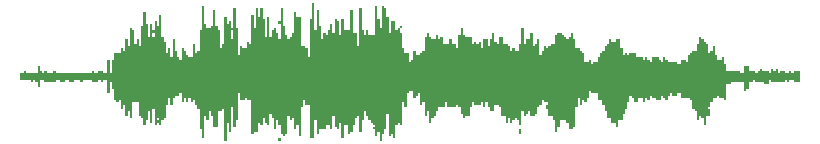
<source format=gbr>
%TF.GenerationSoftware,Altium Limited,Altium Designer,22.7.1 (60)*%
G04 Layer_Color=32896*
%FSLAX43Y43*%
%MOMM*%
%TF.SameCoordinates,58151787-F571-4420-9806-9522EC8286B3*%
%TF.FilePolarity,Positive*%
%TF.FileFunction,Legend,Bot*%
%TF.Part,Single*%
G01*
G75*
G36*
X49466Y60071D02*
X49276D01*
Y60262D01*
X49466D01*
Y60071D01*
D02*
G37*
G36*
X42037Y59881D02*
X42228D01*
Y61595D01*
X42418D01*
Y60262D01*
X42609D01*
Y59118D01*
X42799D01*
Y59690D01*
X42989D01*
Y59500D01*
X43180D01*
Y59881D01*
X43370D01*
Y60452D01*
X43561D01*
Y59690D01*
X43751D01*
Y60833D01*
X43942D01*
Y60643D01*
X44132D01*
Y59500D01*
X44323D01*
Y60833D01*
X44514D01*
Y59881D01*
X45085D01*
Y61595D01*
X45276D01*
Y59690D01*
X45657D01*
Y58547D01*
X45847D01*
Y61785D01*
X46037D01*
Y59881D01*
X46228D01*
Y59500D01*
X46418D01*
Y59881D01*
X46609D01*
Y59500D01*
X47181D01*
Y61976D01*
X47371D01*
Y60833D01*
X47562D01*
Y60071D01*
X47752D01*
Y61976D01*
X47943D01*
Y61785D01*
X48133D01*
Y61023D01*
X48324D01*
Y59690D01*
X48514D01*
Y60643D01*
X48895D01*
Y59881D01*
X49085D01*
Y60071D01*
X49276D01*
Y59690D01*
X49466D01*
Y58356D01*
X49657D01*
Y57975D01*
X50038D01*
Y57214D01*
X50229D01*
Y57404D01*
X50419D01*
Y58166D01*
X50610D01*
Y57785D01*
X50991D01*
Y57975D01*
X51181D01*
Y58166D01*
X51371D01*
Y59309D01*
X51562D01*
Y59690D01*
X51752D01*
Y59309D01*
X51943D01*
Y59118D01*
X52324D01*
Y59500D01*
X52514D01*
Y59118D01*
X52705D01*
Y59309D01*
X52896D01*
Y58737D01*
X53467D01*
Y59118D01*
X53658D01*
Y58737D01*
X54039D01*
Y58356D01*
X54229D01*
Y59500D01*
X54419D01*
Y60071D01*
X54610D01*
Y59500D01*
X54800D01*
Y59309D01*
X55372D01*
Y58737D01*
X55562D01*
Y58928D01*
X55753D01*
Y58737D01*
X55944D01*
Y58928D01*
X56134D01*
Y58356D01*
X56325D01*
Y59118D01*
X56706D01*
Y58547D01*
X56896D01*
Y59118D01*
X57086D01*
Y59690D01*
X57277D01*
Y58928D01*
X57467D01*
Y58737D01*
X57658D01*
Y59309D01*
X58039D01*
Y58737D01*
X58420D01*
Y58547D01*
X58611D01*
Y58166D01*
X58801D01*
Y58356D01*
X58992D01*
Y58166D01*
X59373D01*
Y58737D01*
X59563D01*
Y60071D01*
X59754D01*
Y58737D01*
X59944D01*
Y59118D01*
X60325D01*
Y59690D01*
X60515D01*
Y58547D01*
X60706D01*
Y58737D01*
X60896D01*
Y59118D01*
X61087D01*
Y57785D01*
X61278D01*
Y58166D01*
X61468D01*
Y58547D01*
X61659D01*
Y58356D01*
X61849D01*
Y58547D01*
X62040D01*
Y58737D01*
X62421D01*
Y59500D01*
X62611D01*
Y59690D01*
X62992D01*
Y59500D01*
X63182D01*
Y59309D01*
X63373D01*
Y59118D01*
X63563D01*
Y59309D01*
X63754D01*
Y59690D01*
X63944D01*
Y59118D01*
X64135D01*
Y58356D01*
X64516D01*
Y58166D01*
X64706D01*
Y57975D01*
X64897D01*
Y57214D01*
X65278D01*
Y57404D01*
X65468D01*
Y57023D01*
X65659D01*
Y57214D01*
X66040D01*
Y57595D01*
X66230D01*
Y57975D01*
X66421D01*
Y58166D01*
X66612D01*
Y58547D01*
X66802D01*
Y58737D01*
X66993D01*
Y59118D01*
X67183D01*
Y58928D01*
X67564D01*
Y59118D01*
X67945D01*
Y58356D01*
X68135D01*
Y57785D01*
X68326D01*
Y57975D01*
X68517D01*
Y57785D01*
X68707D01*
Y57975D01*
X69279D01*
Y57595D01*
X69850D01*
Y57404D01*
X70040D01*
Y57595D01*
X70231D01*
Y57404D01*
X70422D01*
Y57214D01*
X70612D01*
Y57595D01*
X71184D01*
Y57404D01*
X71374D01*
Y57214D01*
X71564D01*
Y57595D01*
X71755D01*
Y57404D01*
X71946D01*
Y57214D01*
X72707D01*
Y57023D01*
X73089D01*
Y57404D01*
X73469D01*
Y57214D01*
X73660D01*
Y57785D01*
X73851D01*
Y57975D01*
X74041D01*
Y58166D01*
X74422D01*
Y58737D01*
X74613D01*
Y59309D01*
X74803D01*
Y59118D01*
X74993D01*
Y58928D01*
X75184D01*
Y58737D01*
X75374D01*
Y57975D01*
X75565D01*
Y58166D01*
X75756D01*
Y58547D01*
X75946D01*
Y57785D01*
X76136D01*
Y57404D01*
X76518D01*
Y57595D01*
X76708D01*
Y57023D01*
X76898D01*
Y56451D01*
X78041D01*
Y56261D01*
X78423D01*
Y56833D01*
X78803D01*
Y56451D01*
X79375D01*
Y56261D01*
X79565D01*
Y56451D01*
X79756D01*
Y56642D01*
X79947D01*
Y56451D01*
X80518D01*
Y56261D01*
X80709D01*
Y56642D01*
X80899D01*
Y56451D01*
X81090D01*
Y56642D01*
X81280D01*
Y56261D01*
X81470D01*
Y56451D01*
X81852D01*
Y56261D01*
X82232D01*
Y56451D01*
X82423D01*
Y56261D01*
X82614D01*
Y56451D01*
X83185D01*
Y55499D01*
X82614D01*
Y55689D01*
X82232D01*
Y55499D01*
X82042D01*
Y55689D01*
X81852D01*
Y55499D01*
X80709D01*
Y55689D01*
X80518D01*
Y55308D01*
X80137D01*
Y55499D01*
X79375D01*
Y55689D01*
X79185D01*
Y55499D01*
X78803D01*
Y54928D01*
X78613D01*
Y54737D01*
X78423D01*
Y55499D01*
X77280D01*
Y55308D01*
X76898D01*
Y53975D01*
X76708D01*
Y54166D01*
X76327D01*
Y54356D01*
X76136D01*
Y54166D01*
X75756D01*
Y53785D01*
X75565D01*
Y53403D01*
X75374D01*
Y53213D01*
X75565D01*
Y52641D01*
X75184D01*
Y51880D01*
X74993D01*
Y52451D01*
X74803D01*
Y52641D01*
X74613D01*
Y52261D01*
X74422D01*
Y53022D01*
X74231D01*
Y53213D01*
X74041D01*
Y53975D01*
X73851D01*
Y54166D01*
X73089D01*
Y54547D01*
X72707D01*
Y54356D01*
X72326D01*
Y54547D01*
X72136D01*
Y54356D01*
X71946D01*
Y53975D01*
X71755D01*
Y54166D01*
X71564D01*
Y54356D01*
X71374D01*
Y53975D01*
X70993D01*
Y54166D01*
X70612D01*
Y54356D01*
X70422D01*
Y53975D01*
X70231D01*
Y54166D01*
X70040D01*
Y53785D01*
X69850D01*
Y54166D01*
X69469D01*
Y53785D01*
X69088D01*
Y54166D01*
X68897D01*
Y54356D01*
X68707D01*
Y53785D01*
X68517D01*
Y53213D01*
X68326D01*
Y52832D01*
X68135D01*
Y52261D01*
X67755D01*
Y51689D01*
X67564D01*
Y52070D01*
X67183D01*
Y52451D01*
X66802D01*
Y53022D01*
X66612D01*
Y53594D01*
X66421D01*
Y53975D01*
X66040D01*
Y54547D01*
X65468D01*
Y54737D01*
X65278D01*
Y54166D01*
X65088D01*
Y53785D01*
X64897D01*
Y53975D01*
X64706D01*
Y53594D01*
X64516D01*
Y54166D01*
X64326D01*
Y53403D01*
X64135D01*
Y51689D01*
X63944D01*
Y51499D01*
X63563D01*
Y52070D01*
X63373D01*
Y52261D01*
X62801D01*
Y51689D01*
X62611D01*
Y51308D01*
X62421D01*
Y52261D01*
X62230D01*
Y52641D01*
X61849D01*
Y53213D01*
X61659D01*
Y53594D01*
X61849D01*
Y53785D01*
X61468D01*
Y53975D01*
X61278D01*
Y53594D01*
X61087D01*
Y53403D01*
X60896D01*
Y52832D01*
X60706D01*
Y52641D01*
X60325D01*
Y53022D01*
X60134D01*
Y52832D01*
X59944D01*
Y52641D01*
X59754D01*
Y53022D01*
X59563D01*
Y51880D01*
X59373D01*
Y52261D01*
X59182D01*
Y52451D01*
X58992D01*
Y52261D01*
X58801D01*
Y52070D01*
X58611D01*
Y52451D01*
X58420D01*
Y52070D01*
X58229D01*
Y52641D01*
X57848D01*
Y53403D01*
X57658D01*
Y53594D01*
X57277D01*
Y53022D01*
X56896D01*
Y53403D01*
X56706D01*
Y53785D01*
X56515D01*
Y53403D01*
X56325D01*
Y53785D01*
X56134D01*
Y53594D01*
X55562D01*
Y53785D01*
X55372D01*
Y53403D01*
X55181D01*
Y52641D01*
X54800D01*
Y52451D01*
X54610D01*
Y52832D01*
X54419D01*
Y53403D01*
X54229D01*
Y53594D01*
X54039D01*
Y53403D01*
X53277D01*
Y53785D01*
X53086D01*
Y53403D01*
X52514D01*
Y53022D01*
X52324D01*
Y52641D01*
X52133D01*
Y52451D01*
X51943D01*
Y52070D01*
X51752D01*
Y53022D01*
X51562D01*
Y52641D01*
X51371D01*
Y53785D01*
X51181D01*
Y53594D01*
X50991D01*
Y54547D01*
X50800D01*
Y54356D01*
X50610D01*
Y54166D01*
X50419D01*
Y54737D01*
X50038D01*
Y54547D01*
X49847D01*
Y53403D01*
X49657D01*
Y53785D01*
X49466D01*
Y51880D01*
X49276D01*
Y52070D01*
X49085D01*
Y51880D01*
X48895D01*
Y50736D01*
X48704D01*
Y51118D01*
X48514D01*
Y50927D01*
X48324D01*
Y52832D01*
X48133D01*
Y51499D01*
X47943D01*
Y51118D01*
X47752D01*
Y50546D01*
X47562D01*
Y51308D01*
X47371D01*
Y50927D01*
X47181D01*
Y51499D01*
X46990D01*
Y51689D01*
X47181D01*
Y51880D01*
X46990D01*
Y52070D01*
X46799D01*
Y52261D01*
X46609D01*
Y52641D01*
X46418D01*
Y53022D01*
X46228D01*
Y52261D01*
X46037D01*
Y51308D01*
X45847D01*
Y52641D01*
X45657D01*
Y52451D01*
X45466D01*
Y51880D01*
X45276D01*
Y51308D01*
X45085D01*
Y51118D01*
X44895D01*
Y51880D01*
X44514D01*
Y50736D01*
X44323D01*
Y52070D01*
X44132D01*
Y51499D01*
X43942D01*
Y51689D01*
X43751D01*
Y52641D01*
X43561D01*
Y51499D01*
X43370D01*
Y51880D01*
X42989D01*
Y51499D01*
X42418D01*
Y51118D01*
X42228D01*
Y52261D01*
X42037D01*
Y50736D01*
X41656D01*
Y53594D01*
X41275D01*
Y53975D01*
X41084D01*
Y53403D01*
X40894D01*
Y50927D01*
X40703D01*
Y51880D01*
X40513D01*
Y51499D01*
X40322D01*
Y52451D01*
X40132D01*
Y52261D01*
X39942D01*
Y52641D01*
X39751D01*
Y51118D01*
X39561D01*
Y50927D01*
X39370D01*
Y51118D01*
X39180D01*
Y51880D01*
X38989D01*
Y52261D01*
X38799D01*
Y51499D01*
X38608D01*
Y52451D01*
X38417D01*
Y52832D01*
X38227D01*
Y51880D01*
X38036D01*
Y52070D01*
X37846D01*
Y52451D01*
X37655D01*
Y51880D01*
X37465D01*
Y52070D01*
X37275D01*
Y51308D01*
X36894D01*
Y51118D01*
X36703D01*
Y53975D01*
X36322D01*
Y54166D01*
X36132D01*
Y53975D01*
X35750D01*
Y54547D01*
X35560D01*
Y52261D01*
X35369D01*
Y51689D01*
X35179D01*
Y53403D01*
X34988D01*
Y51308D01*
X34798D01*
Y52070D01*
X34607D01*
Y50546D01*
X34417D01*
Y53213D01*
X34227D01*
Y53022D01*
X33846D01*
Y51689D01*
X33465D01*
Y52641D01*
X33274D01*
Y53022D01*
X33083D01*
Y52261D01*
X32893D01*
Y52641D01*
X32702D01*
Y50736D01*
X32512D01*
Y51499D01*
X32321D01*
Y53213D01*
X32131D01*
Y53594D01*
X31941D01*
Y53975D01*
X31750D01*
Y53785D01*
X31559D01*
Y54166D01*
X31369D01*
Y53785D01*
X31178D01*
Y54166D01*
X30988D01*
Y53785D01*
X30798D01*
Y54547D01*
X30607D01*
Y54356D01*
X30226D01*
Y54166D01*
X30035D01*
Y53594D01*
X29845D01*
Y54166D01*
X29654D01*
Y53594D01*
X29464D01*
Y52451D01*
X29274D01*
Y52261D01*
X29083D01*
Y51880D01*
X28892D01*
Y52070D01*
X28702D01*
Y51880D01*
X28511D01*
Y53213D01*
X28321D01*
Y52070D01*
X28131D01*
Y53022D01*
X27940D01*
Y52261D01*
X27750D01*
Y51880D01*
X27559D01*
Y52451D01*
X27368D01*
Y52641D01*
X27178D01*
Y53785D01*
X26607D01*
Y52451D01*
X26416D01*
Y53022D01*
X26226D01*
Y52641D01*
X26035D01*
Y53594D01*
X25844D01*
Y53213D01*
X25654D01*
Y53975D01*
X25463D01*
Y53785D01*
X25273D01*
Y53975D01*
X25083D01*
Y54928D01*
X24892D01*
Y55499D01*
X24701D01*
Y54547D01*
X24511D01*
Y55689D01*
X24130D01*
Y55499D01*
X23940D01*
Y55689D01*
X23749D01*
Y55499D01*
X23177D01*
Y55689D01*
X22416D01*
Y55499D01*
X22225D01*
Y55689D01*
X21653D01*
Y55499D01*
X21272D01*
Y55689D01*
X20892D01*
Y55499D01*
X20510D01*
Y55689D01*
X20129D01*
Y55499D01*
X19177D01*
Y55689D01*
X18796D01*
Y55118D01*
X18605D01*
Y55499D01*
X18415D01*
Y55689D01*
X18225D01*
Y55499D01*
X18034D01*
Y55689D01*
X17081D01*
Y56261D01*
X17462D01*
Y56451D01*
X17653D01*
Y56261D01*
X18605D01*
Y56833D01*
X18796D01*
Y56451D01*
X18986D01*
Y56261D01*
X19177D01*
Y56451D01*
X19368D01*
Y56261D01*
X19939D01*
Y56451D01*
X20129D01*
Y56261D01*
X23177D01*
Y56451D01*
X23368D01*
Y56261D01*
X23749D01*
Y56451D01*
X24130D01*
Y56261D01*
X24511D01*
Y57404D01*
X24701D01*
Y56261D01*
X24892D01*
Y57404D01*
X25083D01*
Y57975D01*
X25654D01*
Y58356D01*
X25844D01*
Y58166D01*
X26035D01*
Y59118D01*
X26226D01*
Y58547D01*
X26416D01*
Y60071D01*
X26607D01*
Y59881D01*
X26797D01*
Y58737D01*
X26987D01*
Y59118D01*
X27178D01*
Y58547D01*
X27368D01*
Y60262D01*
X27559D01*
Y61404D01*
X27750D01*
Y60452D01*
X27940D01*
Y59309D01*
X28131D01*
Y60452D01*
X28321D01*
Y59881D01*
X28511D01*
Y60643D01*
X28702D01*
Y60262D01*
X28892D01*
Y61214D01*
X29083D01*
Y59309D01*
X29274D01*
Y58928D01*
X29464D01*
Y57975D01*
X29654D01*
Y58356D01*
X29845D01*
Y57595D01*
X30035D01*
Y59118D01*
X30226D01*
Y58166D01*
X30417D01*
Y57595D01*
X30607D01*
Y57404D01*
X30798D01*
Y58356D01*
X30988D01*
Y58166D01*
X31178D01*
Y57785D01*
X31369D01*
Y57595D01*
X31750D01*
Y58737D01*
X31941D01*
Y57975D01*
X32131D01*
Y58166D01*
X32321D01*
Y59881D01*
X32512D01*
Y61976D01*
X32702D01*
Y60452D01*
X32893D01*
Y60071D01*
X33274D01*
Y60262D01*
X33465D01*
Y61595D01*
X33655D01*
Y60262D01*
X33846D01*
Y59881D01*
X34036D01*
Y58356D01*
X34227D01*
Y58737D01*
X34417D01*
Y60643D01*
Y60833D01*
Y61023D01*
X34607D01*
Y60452D01*
X34798D01*
Y60643D01*
X34988D01*
Y60071D01*
X35179D01*
Y61785D01*
X35369D01*
Y60071D01*
X35560D01*
Y57785D01*
X35750D01*
Y58547D01*
X35941D01*
Y58356D01*
X36322D01*
Y58928D01*
X36513D01*
Y58737D01*
X36703D01*
Y61214D01*
X36894D01*
Y60071D01*
X37084D01*
Y61785D01*
X37275D01*
Y61023D01*
X37465D01*
Y61785D01*
X37655D01*
Y60833D01*
X37846D01*
Y59309D01*
X38036D01*
Y61023D01*
X38227D01*
Y59309D01*
X38417D01*
Y59881D01*
X38608D01*
Y60071D01*
X38799D01*
Y59690D01*
X38989D01*
Y59118D01*
X39180D01*
Y60452D01*
X38989D01*
Y60643D01*
X39180D01*
Y61785D01*
X39370D01*
Y60262D01*
X39561D01*
Y59500D01*
X39751D01*
Y59118D01*
X39942D01*
Y59309D01*
X40132D01*
Y59690D01*
X40322D01*
Y61404D01*
X40513D01*
Y61023D01*
X40894D01*
Y58547D01*
X41275D01*
Y58356D01*
X41465D01*
Y57595D01*
X41656D01*
Y60833D01*
X41847D01*
Y62167D01*
X42037D01*
Y59881D01*
D02*
G37*
G36*
X59563Y51308D02*
Y51118D01*
X59373D01*
Y51499D01*
X59563D01*
Y51308D01*
D02*
G37*
G36*
X39180Y50546D02*
X38989D01*
Y50736D01*
X39180D01*
Y50546D01*
D02*
G37*
%LPC*%
G36*
X28511Y59690D02*
X28321D01*
Y59500D01*
Y59309D01*
X28511D01*
Y59690D01*
D02*
G37*
G36*
X35179Y59881D02*
X34988D01*
Y59118D01*
X35179D01*
Y59309D01*
Y59500D01*
Y59881D01*
D02*
G37*
G36*
X28892Y52451D02*
X28702D01*
Y52261D01*
X28892D01*
Y52451D01*
D02*
G37*
%LPD*%
%TF.MD5,4868fe59d227f44c987ba528abf4a344*%
M02*

</source>
